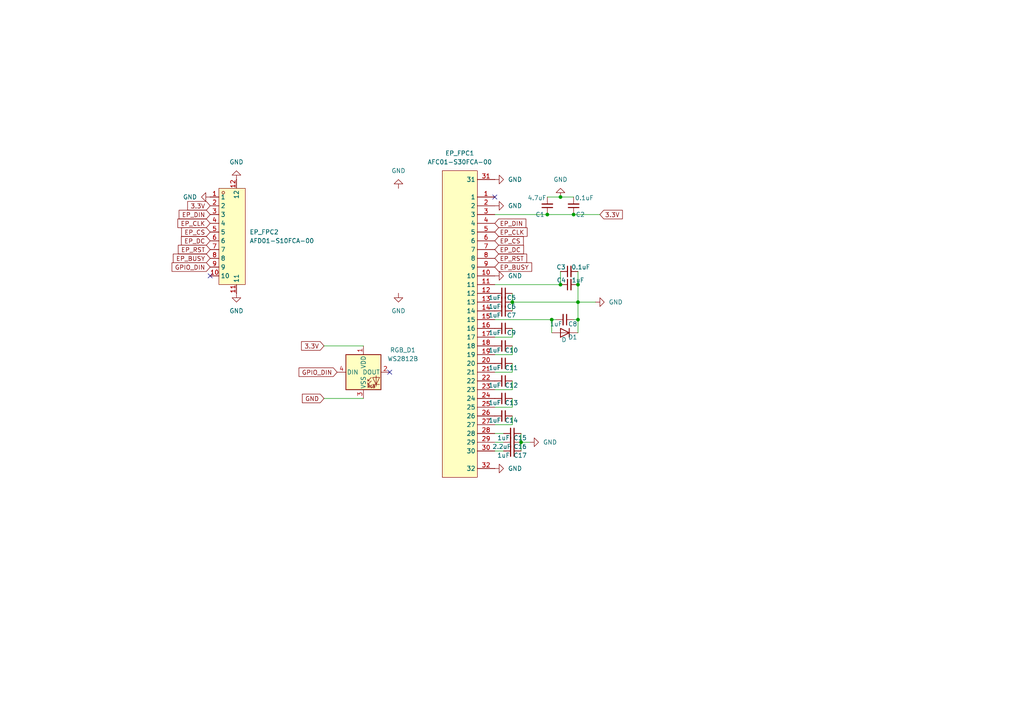
<source format=kicad_sch>
(kicad_sch (version 20250114) (generator "eeschema") (generator_version "9.0")
  (paper "A4")
  (lib_symbols
    (symbol "Device:C_Small" (pin_numbers (hide yes)) (pin_names (offset 0.254) (hide yes))
      (property "Reference" "C" (at 0.254 1.778 0))
      (property "Value" "C_Small" (at 0.254 -2.032 0))
      (symbol "C_Small_0_1"
        (polyline (pts (xy -1.524 0.508) (xy 1.524 0.508)) (stroke (width 0.3048)))
        (polyline (pts (xy -1.524 -0.508) (xy 1.524 -0.508)) (stroke (width 0.3302)))
      )
      (symbol "C_Small_1_1"
        (pin passive line (at 0 2.54 270) (length 2.032) (name "~") (number "1"))
        (pin passive line (at 0 -2.54 90) (length 2.032) (name "~") (number "2"))
      )
    )
    (symbol "Device:D" (pin_numbers (hide yes)) (pin_names (offset 1.016) (hide yes))
      (property "Reference" "D" (at 0 2.54 0))
      (property "Value" "D" (at 0 -2.54 0))
      (symbol "D_0_1"
        (polyline (pts (xy -1.27 1.27) (xy -1.27 -1.27)) (stroke (width 0.254)))
        (polyline (pts (xy 1.27 1.27) (xy 1.27 -1.27) (xy -1.27 0) (xy 1.27 1.27)) (stroke (width 0.254)))
        (polyline (pts (xy 1.27 0) (xy -1.27 0)))
      )
      (symbol "D_1_1"
        (pin passive line (at -3.81 0 0) (length 2.54) (name "K") (number "1"))
        (pin passive line (at 3.81 0 180) (length 2.54) (name "A") (number "2"))
      )
    )
    (symbol "ErgoCai:AFC01-S30FCA-00"
      (property "Reference" "FPC" (at 0 46.99 0))
      (property "Value" "AFC01-S30FCA-00" (at 0 -46.99 0))
      (symbol "AFC01-S30FCA-00_0_1"
        (rectangle (start -2.54 44.45) (end 7.62 -44.45) (fill (type background)))
        (pin unspecified line (at -7.62 41.91 0) (length 5.08) (name "32") (number "32"))
        (pin unspecified line (at -7.62 36.83 0) (length 5.08) (name "30") (number "30"))
        (pin unspecified line (at -7.62 34.29 0) (length 5.08) (name "29") (number "29"))
        (pin unspecified line (at -7.62 31.75 0) (length 5.08) (name "28") (number "28"))
        (pin unspecified line (at -7.62 29.21 0) (length 5.08) (name "27") (number "27"))
        (pin unspecified line (at -7.62 26.67 0) (length 5.08) (name "26") (number "26"))
        (pin unspecified line (at -7.62 24.13 0) (length 5.08) (name "25") (number "25"))
        (pin unspecified line (at -7.62 21.59 0) (length 5.08) (name "24") (number "24"))
        (pin unspecified line (at -7.62 19.05 0) (length 5.08) (name "23") (number "23"))
        (pin unspecified line (at -7.62 16.51 0) (length 5.08) (name "22") (number "22"))
        (pin unspecified line (at -7.62 13.97 0) (length 5.08) (name "21") (number "21"))
        (pin unspecified line (at -7.62 11.43 0) (length 5.08) (name "20") (number "20"))
        (pin unspecified line (at -7.62 8.89 0) (length 5.08) (name "19") (number "19"))
        (pin unspecified line (at -7.62 6.35 0) (length 5.08) (name "18") (number "18"))
        (pin unspecified line (at -7.62 3.81 0) (length 5.08) (name "17") (number "17"))
        (pin unspecified line (at -7.62 1.27 0) (length 5.08) (name "16") (number "16"))
        (pin unspecified line (at -7.62 -1.27 0) (length 5.08) (name "15") (number "15"))
        (pin unspecified line (at -7.62 -3.81 0) (length 5.08) (name "14") (number "14"))
        (pin unspecified line (at -7.62 -6.35 0) (length 5.08) (name "13") (number "13"))
        (pin unspecified line (at -7.62 -8.89 0) (length 5.08) (name "12") (number "12"))
        (pin unspecified line (at -7.62 -11.43 0) (length 5.08) (name "11") (number "11"))
        (pin unspecified line (at -7.62 -13.97 0) (length 5.08) (name "10") (number "10"))
        (pin unspecified line (at -7.62 -16.51 0) (length 5.08) (name "9") (number "9"))
        (pin unspecified line (at -7.62 -19.05 0) (length 5.08) (name "8") (number "8"))
        (pin unspecified line (at -7.62 -21.59 0) (length 5.08) (name "7") (number "7"))
        (pin unspecified line (at -7.62 -24.13 0) (length 5.08) (name "6") (number "6"))
        (pin unspecified line (at -7.62 -26.67 0) (length 5.08) (name "5") (number "5"))
        (pin unspecified line (at -7.62 -29.21 0) (length 5.08) (name "4") (number "4"))
        (pin unspecified line (at -7.62 -31.75 0) (length 5.08) (name "3") (number "3"))
        (pin unspecified line (at -7.62 -34.29 0) (length 5.08) (name "2") (number "2"))
        (pin unspecified line (at -7.62 -36.83 0) (length 5.08) (name "1") (number "1"))
        (pin unspecified line (at -7.62 -41.91 0) (length 5.08) (name "31") (number "31"))
      )
    )
    (symbol "ErgoCai:AFD01-S10FCA-00"
      (property "Reference" "U" (at 0 22.86 0))
      (property "Value" "AFD01-S10FCA-00" (at 0 -20.32 0))
      (symbol "AFD01-S10FCA-00_0_1"
        (rectangle (start -2.54 15.24) (end 5.08 -12.7) (fill (type background)))
        (circle (center -1.27 13.97) (radius 0.38))
        (pin unspecified line (at -5.08 12.7 0) (length 2.54) (name "1") (number "1"))
        (pin unspecified line (at -5.08 10.16 0) (length 2.54) (name "2") (number "2"))
        (pin unspecified line (at -5.08 7.62 0) (length 2.54) (name "3") (number "3"))
        (pin unspecified line (at -5.08 5.08 0) (length 2.54) (name "4") (number "4"))
        (pin unspecified line (at -5.08 2.54 0) (length 2.54) (name "5") (number "5"))
        (pin unspecified line (at -5.08 0 0) (length 2.54) (name "6") (number "6"))
        (pin unspecified line (at -5.08 -2.54 0) (length 2.54) (name "7") (number "7"))
        (pin unspecified line (at -5.08 -5.08 0) (length 2.54) (name "8") (number "8"))
        (pin unspecified line (at -5.08 -7.62 0) (length 2.54) (name "9") (number "9"))
        (pin unspecified line (at -5.08 -10.16 0) (length 2.54) (name "10") (number "10"))
        (pin unspecified line (at 2.54 17.78 270) (length 2.54) (name "12") (number "12"))
        (pin unspecified line (at 2.54 -15.24 90) (length 2.54) (name "11") (number "11"))
      )
    )
    (symbol "LED:WS2812B" (pin_names (offset 0.254))
      (property "Reference" "D" (at 5.08 5.715 0))
      (property "Value" "WS2812B" (at 1.27 -5.715 0))
      (symbol "WS2812B_0_0"
        (text "RGB" (at 2.286 -4.191 0) (effects (font (size 0.762 0.762))))
      )
      (symbol "WS2812B_0_1"
        (polyline (pts (xy 1.27 -2.54) (xy 1.778 -2.54)))
        (polyline (pts (xy 1.27 -3.556) (xy 1.778 -3.556)))
        (polyline (pts (xy 2.286 -1.524) (xy 1.27 -2.54) (xy 1.27 -2.032)))
        (polyline (pts (xy 2.286 -2.54) (xy 1.27 -3.556) (xy 1.27 -3.048)))
        (polyline (pts (xy 3.683 -1.016) (xy 3.683 -3.556) (xy 3.683 -4.064)))
        (polyline (pts (xy 4.699 -1.524) (xy 2.667 -1.524) (xy 3.683 -3.556) (xy 4.699 -1.524)))
        (polyline (pts (xy 4.699 -3.556) (xy 2.667 -3.556)))
        (rectangle (start 5.08 5.08) (end -5.08 -5.08) (stroke (width 0.254)) (fill (type background)))
      )
      (symbol "WS2812B_1_1"
        (pin input line (at -7.62 0 0) (length 2.54) (name "DIN") (number "4"))
        (pin power_in line (at 0 7.62 270) (length 2.54) (name "VDD") (number "1"))
        (pin power_in line (at 0 -7.62 90) (length 2.54) (name "VSS") (number "3"))
        (pin output line (at 7.62 0 180) (length 2.54) (name "DOUT") (number "2"))
      )
    )
    (symbol "power:GND" (power) (pin_numbers (hide yes)) (pin_names (offset 0) (hide yes))
      (property "Value" "GND" (at 0 -3.81 0))
      (symbol "GND_0_1"
        (polyline (pts (xy 0 0) (xy 0 -1.27) (xy 1.27 -1.27) (xy 0 -2.54) (xy -1.27 -1.27) (xy 0 -1.27)))
      )
      (symbol "GND_1_1"
        (pin power_in line (at 0 0 270) (length 0) (name "~") (number "1"))
      )
    )
  )
  (junction (at 160.02 92.71))
  (junction (at 158.75 62.23))
  (junction (at 151.13 128.27))
  (junction (at 162.56 57.15))
  (junction (at 167.64 87.63))
  (junction (at 148.59 87.63))
  (junction (at 167.64 92.71))
  (junction (at 166.37 62.23))
  (junction (at 167.64 82.55))
  (junction (at 162.56 82.55))
  (no_connect (at 113.03 107.95))
  (no_connect (at 60.96 80.01))
  (no_connect (at 143.51 57.15))
  (wire (pts (xy 167.64 82.55) (xy 167.64 87.63)))
  (wire (pts (xy 143.51 92.71) (xy 160.02 92.71)))
  (wire (pts (xy 161.29 92.71) (xy 160.02 92.71)))
  (wire (pts (xy 148.59 118.11) (xy 143.51 118.11)))
  (wire (pts (xy 148.59 90.17) (xy 148.59 87.63)))
  (wire (pts (xy 148.59 113.03) (xy 143.51 113.03)))
  (wire (pts (xy 162.56 57.15) (xy 158.75 57.15)))
  (wire (pts (xy 93.98 100.33) (xy 105.41 100.33)))
  (wire (pts (xy 148.59 102.87) (xy 143.51 102.87)))
  (wire (pts (xy 148.59 105.41) (xy 148.59 107.95)))
  (wire (pts (xy 148.59 123.19) (xy 143.51 123.19)))
  (wire (pts (xy 173.99 62.23) (xy 166.37 62.23)))
  (wire (pts (xy 166.37 62.23) (xy 158.75 62.23)))
  (wire (pts (xy 146.05 128.27) (xy 143.51 128.27)))
  (wire (pts (xy 167.64 92.71) (xy 167.64 96.52)))
  (wire (pts (xy 153.67 128.27) (xy 151.13 128.27)))
  (wire (pts (xy 166.37 92.71) (xy 167.64 92.71)))
  (wire (pts (xy 148.59 120.65) (xy 148.59 123.19)))
  (wire (pts (xy 167.64 78.74) (xy 167.64 82.55)))
  (wire (pts (xy 167.64 87.63) (xy 172.72 87.63)))
  (wire (pts (xy 148.59 115.57) (xy 148.59 118.11)))
  (wire (pts (xy 166.37 57.15) (xy 162.56 57.15)))
  (wire (pts (xy 148.59 95.25) (xy 148.59 97.79)))
  (wire (pts (xy 146.05 125.73) (xy 143.51 125.73)))
  (wire (pts (xy 151.13 128.27) (xy 151.13 130.81)))
  (wire (pts (xy 148.59 107.95) (xy 143.51 107.95)))
  (wire (pts (xy 148.59 87.63) (xy 167.64 87.63)))
  (wire (pts (xy 146.05 130.81) (xy 143.51 130.81)))
  (wire (pts (xy 93.98 115.57) (xy 105.41 115.57)))
  (wire (pts (xy 148.59 97.79) (xy 143.51 97.79)))
  (wire (pts (xy 143.51 62.23) (xy 158.75 62.23)))
  (wire (pts (xy 160.02 92.71) (xy 160.02 96.52)))
  (wire (pts (xy 148.59 87.63) (xy 148.59 85.09)))
  (wire (pts (xy 151.13 125.73) (xy 151.13 128.27)))
  (wire (pts (xy 143.51 82.55) (xy 162.56 82.55)))
  (wire (pts (xy 148.59 110.49) (xy 148.59 113.03)))
  (wire (pts (xy 148.59 100.33) (xy 148.59 102.87)))
  (wire (pts (xy 162.56 78.74) (xy 162.56 82.55)))
  (wire (pts (xy 167.64 87.63) (xy 167.64 92.71)))
  (global_label "EP_DIN" (shape input) (at 60.96 62.23 180) (property "Intersheetrefs" "${INTERSHEET_REFS}" (effects (hide yes))))
  (global_label "EP_BUSY" (shape input) (at 143.51 77.47 0) (property "Intersheetrefs" "${INTERSHEET_REFS}" (effects (hide yes))))
  (global_label "3.3V" (shape input) (at 173.99 62.23 0) (property "Intersheetrefs" "${INTERSHEET_REFS}" (effects (hide yes))))
  (global_label "EP_DC" (shape input) (at 143.51 72.39 0) (property "Intersheetrefs" "${INTERSHEET_REFS}" (effects (hide yes))))
  (global_label "EP_CS" (shape input) (at 143.51 69.85 0) (property "Intersheetrefs" "${INTERSHEET_REFS}" (effects (hide yes))))
  (global_label "EP_DC" (shape input) (at 60.96 69.85 180) (property "Intersheetrefs" "${INTERSHEET_REFS}" (effects (hide yes))))
  (global_label "EP_CLK" (shape input) (at 143.51 67.31 0) (property "Intersheetrefs" "${INTERSHEET_REFS}" (effects (hide yes))))
  (global_label "EP_DIN" (shape input) (at 143.51 64.77 0) (property "Intersheetrefs" "${INTERSHEET_REFS}" (effects (hide yes))))
  (global_label "GPIO_DIN" (shape input) (at 97.79 107.95 180) (property "Intersheetrefs" "${INTERSHEET_REFS}" (effects (hide yes))))
  (global_label "GPIO_DIN" (shape input) (at 60.96 77.47 180) (property "Intersheetrefs" "${INTERSHEET_REFS}" (effects (hide yes))))
  (global_label "EP_CLK" (shape input) (at 60.96 64.77 180) (property "Intersheetrefs" "${INTERSHEET_REFS}" (effects (hide yes))))
  (global_label "3.3V" (shape input) (at 93.98 100.33 180) (property "Intersheetrefs" "${INTERSHEET_REFS}" (effects (hide yes))))
  (global_label "EP_RST" (shape input) (at 60.96 72.39 180) (property "Intersheetrefs" "${INTERSHEET_REFS}" (effects (hide yes))))
  (global_label "3.3V" (shape input) (at 60.96 59.69 180) (property "Intersheetrefs" "${INTERSHEET_REFS}" (effects (hide yes))))
  (global_label "EP_RST" (shape input) (at 143.51 74.93 0) (property "Intersheetrefs" "${INTERSHEET_REFS}" (effects (hide yes))))
  (global_label "EP_BUSY" (shape input) (at 60.96 74.93 180) (property "Intersheetrefs" "${INTERSHEET_REFS}" (effects (hide yes))))
  (global_label "GND" (shape input) (at 93.98 115.57 180) (property "Intersheetrefs" "${INTERSHEET_REFS}" (effects (hide yes))))
  (global_label "EP_CS" (shape input) (at 60.96 67.31 180) (property "Intersheetrefs" "${INTERSHEET_REFS}" (effects (hide yes))))
  (symbol (lib_id "ErgoCai:AFC01-S30FCA-00") (at 135.89 93.98 180) (unit 1)
    (property "Reference" "EP_FPC1" (at 133.35 44.45 0))
    (property "Value" "AFC01-S30FCA-00" (at 133.35 46.99 0))
    (property "Footprint" "ErgoCai.pretty:FPC-SMD_AFC01-S30FCA-00" (effects (hide yes)))
    (property "Datasheet" "https://lcsc.com/product-detail/Others_JUSHUO-AFC01-S30FCA-00_C262671.html" (effects (hide yes)))
    (property "LCSC Part" "C262671" (effects (hide yes)))
  )
  (symbol (lib_id "Device:C_Small") (at 146.05 100.33 270) (unit 1)
    (property "Reference" "C10" (at 148.336 101.6 90))
    (property "Value" "1uF" (at 143.51 101.6 90))
    (property "Footprint" "ErgoCai.pretty:C_0603_1608Metric" (effects (hide yes)))
    (property "Description" "Unpolarized capacitor, small symbol" (effects (hide yes)))
  )
  (symbol (lib_id "Device:C_Small") (at 165.1 82.55 90) (unit 1)
    (property "Reference" "C4" (at 162.814 81.28 90))
    (property "Value" "1uF" (at 167.64 81.28 90))
    (property "Footprint" "ErgoCai.pretty:C_0603_1608Metric" (effects (hide yes)))
    (property "Description" "Unpolarized capacitor, small symbol" (effects (hide yes)))
  )
  (symbol (lib_id "Device:C_Small") (at 146.05 90.17 270) (unit 1)
    (property "Reference" "C7" (at 148.336 91.44 90))
    (property "Value" "1uF" (at 143.51 91.44 90))
    (property "Footprint" "ErgoCai.pretty:C_0603_1608Metric" (effects (hide yes)))
    (property "Description" "Unpolarized capacitor, small symbol" (effects (hide yes)))
  )
  (symbol (lib_id "power:GND") (at 115.57 85.09 0) (unit 1)
    (property "Reference" "#PWR09" (effects (hide yes)))
    (property "Value" "GND" (at 115.57 90.17 0))
    (property "Description" "Power symbol creates a global label with name \"GND\" , ground" (effects (hide yes)))
  )
  (symbol (lib_id "power:GND") (at 143.51 59.69 90) (unit 1)
    (property "Reference" "#PWR03" (effects (hide yes)))
    (property "Value" "GND" (at 147.32 59.6899 90) (effects (justify right)))
    (property "Description" "Power symbol creates a global label with name \"GND\" , ground" (effects (hide yes)))
  )
  (symbol (lib_id "Device:C_Small") (at 163.83 92.71 270) (unit 1)
    (property "Reference" "C8" (at 166.116 93.98 90))
    (property "Value" "1uF" (at 161.29 93.98 90))
    (property "Footprint" "ErgoCai.pretty:C_0603_1608Metric" (effects (hide yes)))
    (property "Description" "Unpolarized capacitor, small symbol" (effects (hide yes)))
  )
  (symbol (lib_id "Device:D") (at 163.83 96.52 180) (unit 1)
    (property "Reference" "D1" (at 166.116 97.79 0))
    (property "Value" "D" (at 163.576 98.552 0))
    (property "Footprint" "ErgoCai.pretty:D_SOD-123" (effects (hide yes)))
    (property "Description" "Diode" (effects (hide yes)))
    (property "Sim.Device" "D" (effects (hide yes)))
    (property "Sim.Pins" "1=K 2=A" (effects (hide yes)))
  )
  (symbol (lib_id "power:GND") (at 153.67 128.27 90) (unit 1)
    (property "Reference" "#PWR07" (effects (hide yes)))
    (property "Value" "GND" (at 157.48 128.2699 90) (effects (justify right)))
    (property "Description" "Power symbol creates a global label with name \"GND\" , ground" (effects (hide yes)))
  )
  (symbol (lib_id "Device:C_Small") (at 158.75 59.69 180) (unit 1)
    (property "Reference" "C1" (at 157.988 62.23 0) (effects (justify left)))
    (property "Value" "4.7uF" (at 158.496 57.404 0) (effects (justify left)))
    (property "Footprint" "ErgoCai.pretty:C_0603_1608Metric" (effects (hide yes)))
    (property "Description" "Unpolarized capacitor, small symbol" (effects (hide yes)))
  )
  (symbol (lib_id "power:GND") (at 115.57 54.61 180) (unit 1)
    (property "Reference" "#PWR08" (effects (hide yes)))
    (property "Value" "GND" (at 115.57 49.53 0))
    (property "Description" "Power symbol creates a global label with name \"GND\" , ground" (effects (hide yes)))
  )
  (symbol (lib_id "power:GND") (at 60.96 57.15 270) (unit 1)
    (property "Reference" "#PWR010" (effects (hide yes)))
    (property "Value" "GND" (at 57.15 57.1499 90) (effects (justify right)))
    (property "Description" "Power symbol creates a global label with name \"GND\" , ground" (effects (hide yes)))
  )
  (symbol (lib_id "ErgoCai:AFD01-S10FCA-00") (at 66.04 69.85 0) (unit 1)
    (property "Reference" "EP_FPC2" (at 72.39 67.3099 0) (effects (justify left)))
    (property "Value" "AFD01-S10FCA-00" (at 72.39 69.8499 0) (effects (justify left)))
    (property "Footprint" "easyeda2kicad:FPC-SMD_10P-P0.50_JS_AFD01-S10FCA-00" (effects (hide yes)))
    (property "LCSC Part" "C18198578" (effects (hide yes)))
  )
  (symbol (lib_id "power:GND") (at 143.51 135.89 90) (unit 1)
    (property "Reference" "#PWR06" (effects (hide yes)))
    (property "Value" "GND" (at 147.32 135.8899 90) (effects (justify right)))
    (property "Description" "Power symbol creates a global label with name \"GND\" , ground" (effects (hide yes)))
  )
  (symbol (lib_id "power:GND") (at 143.51 52.07 90) (unit 1)
    (property "Reference" "#PWR01" (effects (hide yes)))
    (property "Value" "GND" (at 147.32 52.0699 90) (effects (justify right)))
    (property "Description" "Power symbol creates a global label with name \"GND\" , ground" (effects (hide yes)))
  )
  (symbol (lib_id "Device:C_Small") (at 146.05 110.49 270) (unit 1)
    (property "Reference" "C12" (at 148.336 111.76 90))
    (property "Value" "1uF" (at 143.51 111.76 90))
    (property "Footprint" "ErgoCai.pretty:C_0603_1608Metric" (effects (hide yes)))
    (property "Description" "Unpolarized capacitor, small symbol" (effects (hide yes)))
  )
  (symbol (lib_id "LED:WS2812B") (at 105.41 107.95 0) (unit 1)
    (property "Reference" "RGB_D1" (at 116.84 101.5298 0))
    (property "Value" "WS2812B" (at 116.84 104.0698 0))
    (property "Footprint" "ErgoCai.pretty:LED_WS2812B_PLCC4_5.0x5.0mm_P3.2mm" (effects (hide yes)))
    (property "Datasheet" "https://cdn-shop.adafruit.com/datasheets/WS2812B.pdf" (effects (hide yes)))
    (property "Description" "RGB LED with integrated controller" (effects (hide yes)))
  )
  (symbol (lib_id "Device:C_Small") (at 166.37 59.69 180) (unit 1)
    (property "Reference" "C2" (at 169.672 62.23 0) (effects (justify left)))
    (property "Value" "0.1uF" (at 172.212 57.404 0) (effects (justify left)))
    (property "Footprint" "ErgoCai.pretty:C_0603_1608Metric" (effects (hide yes)))
    (property "Description" "Unpolarized capacitor, small symbol" (effects (hide yes)))
  )
  (symbol (lib_id "power:GND") (at 143.51 80.01 90) (unit 1)
    (property "Reference" "#PWR04" (effects (hide yes)))
    (property "Value" "GND" (at 147.32 80.0099 90) (effects (justify right)))
    (property "Description" "Power symbol creates a global label with name \"GND\" , ground" (effects (hide yes)))
  )
  (symbol (lib_id "power:GND") (at 68.58 85.09 0) (unit 1)
    (property "Reference" "#PWR012" (effects (hide yes)))
    (property "Value" "GND" (at 68.58 90.17 0))
    (property "Description" "Power symbol creates a global label with name \"GND\" , ground" (effects (hide yes)))
  )
  (symbol (lib_id "Device:C_Small") (at 146.05 87.63 270) (unit 1)
    (property "Reference" "C6" (at 148.336 88.9 90))
    (property "Value" "1uF" (at 143.51 88.9 90))
    (property "Footprint" "ErgoCai.pretty:C_0603_1608Metric" (effects (hide yes)))
    (property "Description" "Unpolarized capacitor, small symbol" (effects (hide yes)))
  )
  (symbol (lib_id "Device:C_Small") (at 148.59 130.81 270) (unit 1)
    (property "Reference" "C17" (at 150.876 132.08 90))
    (property "Value" "1uF" (at 146.05 132.08 90))
    (property "Footprint" "ErgoCai.pretty:C_0603_1608Metric" (effects (hide yes)))
    (property "Description" "Unpolarized capacitor, small symbol" (effects (hide yes)))
  )
  (symbol (lib_id "power:GND") (at 68.58 52.07 180) (unit 1)
    (property "Reference" "#PWR011" (effects (hide yes)))
    (property "Value" "GND" (at 68.58 46.99 0))
    (property "Description" "Power symbol creates a global label with name \"GND\" , ground" (effects (hide yes)))
  )
  (symbol (lib_id "Device:C_Small") (at 146.05 120.65 270) (unit 1)
    (property "Reference" "C14" (at 148.336 121.92 90))
    (property "Value" "1uF" (at 143.51 121.92 90))
    (property "Footprint" "ErgoCai.pretty:C_0603_1608Metric" (effects (hide yes)))
    (property "Description" "Unpolarized capacitor, small symbol" (effects (hide yes)))
  )
  (symbol (lib_id "Device:C_Small") (at 146.05 85.09 270) (unit 1)
    (property "Reference" "C5" (at 148.336 86.36 90))
    (property "Value" "1uF" (at 143.51 86.36 90))
    (property "Footprint" "ErgoCai.pretty:C_0603_1608Metric" (effects (hide yes)))
    (property "Description" "Unpolarized capacitor, small symbol" (effects (hide yes)))
  )
  (symbol (lib_id "Device:C_Small") (at 148.59 128.27 270) (unit 1)
    (property "Reference" "C16" (at 150.876 129.54 90))
    (property "Value" "2.2uF" (at 145.542 129.54 90))
    (property "Footprint" "ErgoCai.pretty:C_0603_1608Metric" (effects (hide yes)))
    (property "Description" "Unpolarized capacitor, small symbol" (effects (hide yes)))
  )
  (symbol (lib_id "Device:C_Small") (at 146.05 95.25 270) (unit 1)
    (property "Reference" "C9" (at 148.336 96.52 90))
    (property "Value" "1uF" (at 143.51 96.52 90))
    (property "Footprint" "ErgoCai.pretty:C_0603_1608Metric" (effects (hide yes)))
    (property "Description" "Unpolarized capacitor, small symbol" (effects (hide yes)))
  )
  (symbol (lib_id "power:GND") (at 172.72 87.63 90) (unit 1)
    (property "Reference" "#PWR05" (effects (hide yes)))
    (property "Value" "GND" (at 176.53 87.6299 90) (effects (justify right)))
    (property "Description" "Power symbol creates a global label with name \"GND\" , ground" (effects (hide yes)))
  )
  (symbol (lib_id "Device:C_Small") (at 148.59 125.73 270) (unit 1)
    (property "Reference" "C15" (at 150.876 127 90))
    (property "Value" "1uF" (at 146.05 127 90))
    (property "Footprint" "ErgoCai.pretty:C_0603_1608Metric" (effects (hide yes)))
    (property "Description" "Unpolarized capacitor, small symbol" (effects (hide yes)))
  )
  (symbol (lib_id "power:GND") (at 162.56 57.15 180) (unit 1)
    (property "Reference" "#PWR02" (effects (hide yes)))
    (property "Value" "GND" (at 162.56 52.07 0))
    (property "Description" "Power symbol creates a global label with name \"GND\" , ground" (effects (hide yes)))
  )
  (symbol (lib_id "Device:C_Small") (at 146.05 115.57 270) (unit 1)
    (property "Reference" "C13" (at 148.336 116.84 90))
    (property "Value" "1uF" (at 143.51 116.84 90))
    (property "Footprint" "ErgoCai.pretty:C_0603_1608Metric" (effects (hide yes)))
    (property "Description" "Unpolarized capacitor, small symbol" (effects (hide yes)))
  )
  (symbol (lib_id "Device:C_Small") (at 165.1 78.74 90) (unit 1)
    (property "Reference" "C3" (at 164.084 77.47 90) (effects (justify left)))
    (property "Value" "0.1uF" (at 171.196 77.47 90) (effects (justify left)))
    (property "Footprint" "ErgoCai.pretty:C_0603_1608Metric" (effects (hide yes)))
    (property "Description" "Unpolarized capacitor, small symbol" (effects (hide yes)))
  )
  (symbol (lib_id "Device:C_Small") (at 146.05 105.41 270) (unit 1)
    (property "Reference" "C11" (at 148.336 106.68 90))
    (property "Value" "1uF" (at 143.51 106.68 90))
    (property "Footprint" "ErgoCai.pretty:C_0603_1608Metric" (effects (hide yes)))
    (property "Description" "Unpolarized capacitor, small symbol" (effects (hide yes)))
  )
)
</source>
